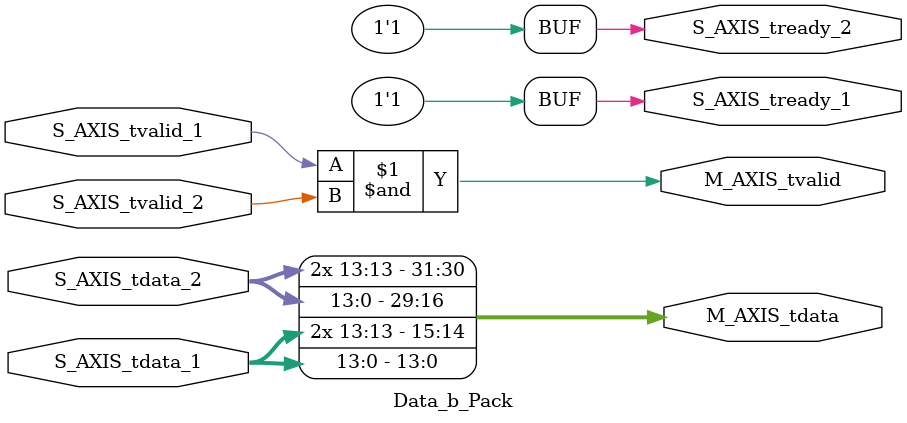
<source format=v>
`timescale 1ns / 1ps


module Data_b_Pack#(
parameter integer DAC_DATA_WIDTH = 14,
 parameter integer AXIS_TDATA_WIDTH = 32
  )(
(* X_INTERFACE_PARAMETER = "FREQ_HZ 125000000" *)
 output         S_AXIS_tready_1,
    input  [AXIS_TDATA_WIDTH-1:0] S_AXIS_tdata_1,
    input          S_AXIS_tvalid_1,
    (* X_INTERFACE_PARAMETER = "FREQ_HZ 125000000" *)
     output         S_AXIS_tready_2,
    input  [AXIS_TDATA_WIDTH-1:0] S_AXIS_tdata_2,
    input          S_AXIS_tvalid_2,
    (* X_INTERFACE_PARAMETER = "FREQ_HZ 125000000" *)
     output         M_AXIS_tvalid,
    output  [AXIS_TDATA_WIDTH-1:0] M_AXIS_tdata

    );
    
assign M_AXIS_tdata = {{2{S_AXIS_tdata_2[13]}},S_AXIS_tdata_2[13:0],{2{S_AXIS_tdata_1[13]}},S_AXIS_tdata_1[13:0]};
assign M_AXIS_tvalid = S_AXIS_tvalid_1 & S_AXIS_tvalid_2;
assign S_AXIS_tready_1  =  1;
assign S_AXIS_tready_2  =  1;

endmodule

</source>
